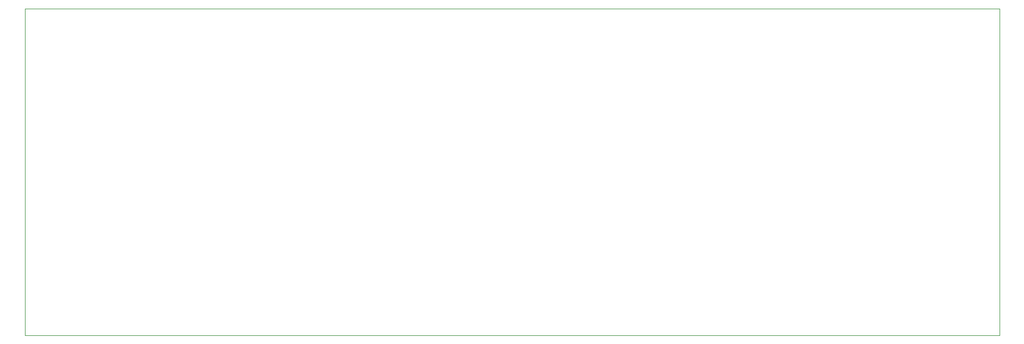
<source format=gbr>
%TF.GenerationSoftware,KiCad,Pcbnew,7.0.7*%
%TF.CreationDate,2024-04-09T00:53:37+02:00*%
%TF.ProjectId,vfd_display,7666645f-6469-4737-906c-61792e6b6963,rev?*%
%TF.SameCoordinates,Original*%
%TF.FileFunction,Profile,NP*%
%FSLAX46Y46*%
G04 Gerber Fmt 4.6, Leading zero omitted, Abs format (unit mm)*
G04 Created by KiCad (PCBNEW 7.0.7) date 2024-04-09 00:53:37*
%MOMM*%
%LPD*%
G01*
G04 APERTURE LIST*
%TA.AperFunction,Profile*%
%ADD10C,0.100000*%
%TD*%
G04 APERTURE END LIST*
D10*
X75000000Y-65000000D02*
X227000000Y-65000000D01*
X227000000Y-116000000D01*
X75000000Y-116000000D01*
X75000000Y-65000000D01*
M02*

</source>
